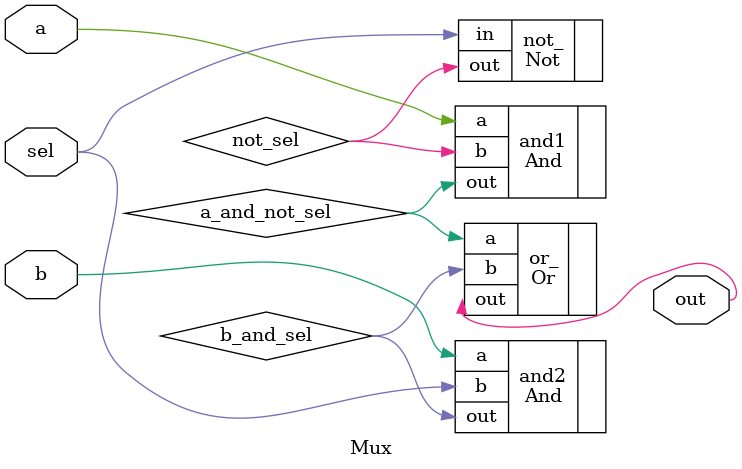
<source format=sv>
module Mux(
	input logic a,
	input logic b,
	input logic sel,
	output logic out
);
	logic not_sel;
	Not not_(
		.in(sel),
		.out(not_sel)
	);

	logic a_and_not_sel;
	And and1(
		.a(a),
		.b(not_sel),
		.out(a_and_not_sel)
	);

	logic b_and_sel;
	And and2(
		.a(b),
		.b(sel),
		.out(b_and_sel)
	);

	Or or_(
		.a(a_and_not_sel),
		.b(b_and_sel),
		.out(out)
	);
endmodule

</source>
